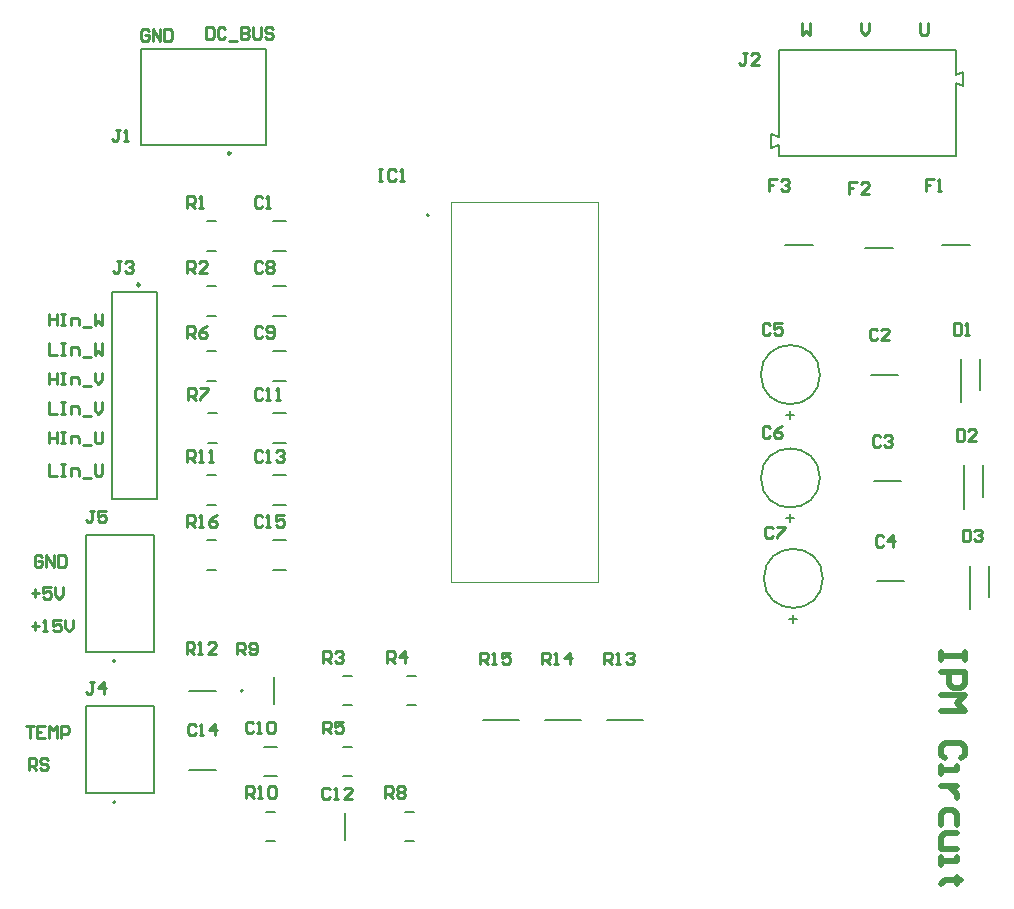
<source format=gto>
G04*
G04 #@! TF.GenerationSoftware,Altium Limited,Altium Designer,23.4.1 (23)*
G04*
G04 Layer_Color=65535*
%FSLAX44Y44*%
%MOMM*%
G71*
G04*
G04 #@! TF.SameCoordinates,23056885-4623-4C4A-AB4B-1A291C1D203A*
G04*
G04*
G04 #@! TF.FilePolarity,Positive*
G04*
G01*
G75*
%ADD10C,0.2000*%
%ADD11C,0.2500*%
%ADD12C,0.1000*%
%ADD13C,0.1270*%
%ADD14C,0.5000*%
%ADD15C,0.2540*%
%ADD16C,0.1500*%
D10*
X361500Y595000D02*
G03*
X359500Y595000I-1000J0D01*
G01*
D02*
G03*
X361500Y595000I1000J0D01*
G01*
X96000Y98100D02*
G03*
X96000Y98100I-1000J0D01*
G01*
X692500Y372500D02*
G03*
X692500Y372500I-25000J0D01*
G01*
Y460000D02*
G03*
X692500Y460000I-25000J0D01*
G01*
X695000Y287500D02*
G03*
X695000Y287500I-25000J0D01*
G01*
X95750Y217500D02*
G03*
X95750Y217500I-1000J0D01*
G01*
X203000Y193500D02*
G03*
X203000Y191500I0J-1000D01*
G01*
D02*
G03*
X203000Y193500I0J1000D01*
G01*
X657500Y661500D02*
Y735000D01*
Y644999D02*
Y654500D01*
X651499Y652002D02*
X657500Y654500D01*
X651499Y652002D02*
Y664002D01*
X657500Y661504D01*
X807500Y706497D02*
X813501Y704000D01*
X807500Y713502D02*
X813501Y716000D01*
Y704000D02*
Y716000D01*
X807500Y644999D02*
Y706497D01*
Y713500D02*
Y735000D01*
X657500D02*
X807500D01*
X657500Y644999D02*
X807500D01*
X117500Y736000D02*
X223500D01*
X117500Y654000D02*
Y736000D01*
Y654000D02*
X223500D01*
Y736000D01*
X738500Y370000D02*
X761500D01*
X830500Y356750D02*
Y383250D01*
X814500Y346500D02*
Y383250D01*
X288500Y180000D02*
X296500D01*
X288500Y205000D02*
X296500D01*
X342750Y180000D02*
X350750D01*
X342750Y205000D02*
X350750D01*
X288500Y145000D02*
X296500D01*
X288500Y120000D02*
X296500D01*
X229500Y565000D02*
X240500D01*
X229500Y590000D02*
X240500D01*
X158500Y125400D02*
X181500D01*
X173500Y480000D02*
X181500D01*
X173500Y455000D02*
X181500D01*
X229500D02*
X240500D01*
X229500Y480000D02*
X240500D01*
X173500Y590000D02*
X181500D01*
X173500Y565000D02*
X181500D01*
X795800Y570000D02*
X819200D01*
X730800Y567500D02*
X754200D01*
X663300Y570000D02*
X686700D01*
X407500Y167500D02*
X437500D01*
X460000D02*
X490000D01*
X512500D02*
X542500D01*
X173500Y295000D02*
X181500D01*
X173500Y320000D02*
X181500D01*
X173500Y350000D02*
X181500D01*
X173500Y375000D02*
X181500D01*
X223500Y90000D02*
X231500D01*
X223500Y65000D02*
X231500D01*
X341000Y90000D02*
X349000D01*
X341000Y65000D02*
X349000D01*
X174250Y402500D02*
X182250D01*
X174250Y427500D02*
X182250D01*
X173500Y510000D02*
X181500D01*
X173500Y535000D02*
X181500D01*
X158500Y192500D02*
X181500D01*
X230000Y181000D02*
Y204000D01*
X741000Y285000D02*
X764000D01*
X290000Y66000D02*
Y89000D01*
X736000Y460000D02*
X759000D01*
X229500Y320000D02*
X240500D01*
X229500Y295000D02*
X240500D01*
X229500Y375000D02*
X240500D01*
X229500Y350000D02*
X240500D01*
X229500Y427500D02*
X240500D01*
X229500Y402500D02*
X240500D01*
X222000Y120000D02*
X233000D01*
X222000Y145000D02*
X233000D01*
X229500Y535000D02*
X240500D01*
X229500Y510000D02*
X240500D01*
X819500Y261500D02*
Y298250D01*
X835500Y271750D02*
Y298250D01*
X812000Y436500D02*
Y473250D01*
X828000Y446750D02*
Y473250D01*
X93500Y530000D02*
X131500D01*
X93500Y355000D02*
Y530000D01*
Y355000D02*
X131500D01*
Y530000D01*
D11*
X193750Y647500D02*
G03*
X193750Y647500I-1250J0D01*
G01*
X116750Y536000D02*
G03*
X116750Y536000I-1250J0D01*
G01*
D12*
X380250Y605750D02*
X504750D01*
X380250Y284250D02*
Y605750D01*
Y284250D02*
X504750D01*
Y605750D01*
D13*
X71500Y105500D02*
X129000D01*
X71500D02*
Y179500D01*
X129000D01*
Y105500D02*
Y179500D01*
X128750Y225500D02*
Y324500D01*
X71250Y225500D02*
X128750D01*
X71250D02*
Y324500D01*
X128750D01*
D14*
X814994Y225000D02*
Y218335D01*
Y221668D01*
X795000D01*
Y225000D01*
Y218335D01*
Y208339D02*
X814994D01*
Y198342D01*
X811661Y195010D01*
X804997D01*
X801665Y198342D01*
Y208339D01*
X795000Y188345D02*
X814994D01*
X808329Y181681D01*
X814994Y175016D01*
X795000D01*
X811661Y135029D02*
X814994Y138361D01*
Y145026D01*
X811661Y148358D01*
X798332D01*
X795000Y145026D01*
Y138361D01*
X798332Y135029D01*
X795000Y128364D02*
Y121700D01*
Y125032D01*
X808329D01*
Y128364D01*
Y111703D02*
X795000D01*
X801665D01*
X804997Y108371D01*
X808329Y105039D01*
Y101706D01*
Y78381D02*
Y88377D01*
X804997Y91710D01*
X798332D01*
X795000Y88377D01*
Y78381D01*
X808329Y71716D02*
X798332D01*
X795000Y68384D01*
Y58387D01*
X808329D01*
X795000Y51722D02*
Y45058D01*
Y48390D01*
X808329D01*
Y51722D01*
X811661Y31729D02*
X808329D01*
Y35061D01*
Y28397D01*
Y31729D01*
X798332D01*
X795000Y28397D01*
D15*
X172540Y754203D02*
Y744206D01*
X177538D01*
X179205Y745872D01*
Y752537D01*
X177538Y754203D01*
X172540D01*
X189201Y752537D02*
X187535Y754203D01*
X184203D01*
X182537Y752537D01*
Y745872D01*
X184203Y744206D01*
X187535D01*
X189201Y745872D01*
X192533Y742540D02*
X199198D01*
X202530Y754203D02*
Y744206D01*
X207529D01*
X209195Y745872D01*
Y747538D01*
X207529Y749204D01*
X202530D01*
X207529D01*
X209195Y750871D01*
Y752537D01*
X207529Y754203D01*
X202530D01*
X212527D02*
Y745872D01*
X214193Y744206D01*
X217526D01*
X219192Y745872D01*
Y754203D01*
X229188Y752537D02*
X227522Y754203D01*
X224190D01*
X222524Y752537D01*
Y750871D01*
X224190Y749204D01*
X227522D01*
X229188Y747538D01*
Y745872D01*
X227522Y744206D01*
X224190D01*
X222524Y745872D01*
X124205Y750871D02*
X122538Y752537D01*
X119206D01*
X117540Y750871D01*
Y744206D01*
X119206Y742540D01*
X122538D01*
X124205Y744206D01*
Y747538D01*
X120872D01*
X127537Y742540D02*
Y752537D01*
X134201Y742540D01*
Y752537D01*
X137534D02*
Y742540D01*
X142532D01*
X144198Y744206D01*
Y750871D01*
X142532Y752537D01*
X137534D01*
X777540Y757537D02*
Y749206D01*
X779206Y747540D01*
X782538D01*
X784204Y749206D01*
Y757537D01*
X727540D02*
Y750872D01*
X730872Y747540D01*
X734204Y750872D01*
Y757537D01*
X677540D02*
Y747540D01*
X680872Y750872D01*
X684204Y747540D01*
Y757537D01*
X40040Y511703D02*
Y501706D01*
Y506704D01*
X46705D01*
Y511703D01*
Y501706D01*
X50037Y511703D02*
X53369D01*
X51703D01*
Y501706D01*
X50037D01*
X53369D01*
X58367D02*
Y508371D01*
X63366D01*
X65032Y506704D01*
Y501706D01*
X68364Y500040D02*
X75029D01*
X78361Y511703D02*
Y501706D01*
X81693Y505038D01*
X85026Y501706D01*
Y511703D01*
X40040Y486703D02*
Y476706D01*
X46705D01*
X50037Y486703D02*
X53369D01*
X51703D01*
Y476706D01*
X50037D01*
X53369D01*
X58367D02*
Y483371D01*
X63366D01*
X65032Y481704D01*
Y476706D01*
X68364Y475040D02*
X75029D01*
X78361Y486703D02*
Y476706D01*
X81693Y480038D01*
X85026Y476706D01*
Y486703D01*
X40040Y461703D02*
Y451706D01*
Y456704D01*
X46705D01*
Y461703D01*
Y451706D01*
X50037Y461703D02*
X53369D01*
X51703D01*
Y451706D01*
X50037D01*
X53369D01*
X58367D02*
Y458371D01*
X63366D01*
X65032Y456704D01*
Y451706D01*
X68364Y450040D02*
X75029D01*
X78361Y461703D02*
Y455038D01*
X81693Y451706D01*
X85026Y455038D01*
Y461703D01*
X40040Y436703D02*
Y426706D01*
X46705D01*
X50037Y436703D02*
X53369D01*
X51703D01*
Y426706D01*
X50037D01*
X53369D01*
X58367D02*
Y433371D01*
X63366D01*
X65032Y431704D01*
Y426706D01*
X68364Y425040D02*
X75029D01*
X78361Y436703D02*
Y430038D01*
X81693Y426706D01*
X85026Y430038D01*
Y436703D01*
X40040Y411703D02*
Y401706D01*
Y406704D01*
X46705D01*
Y411703D01*
Y401706D01*
X50037Y411703D02*
X53369D01*
X51703D01*
Y401706D01*
X50037D01*
X53369D01*
X58367D02*
Y408371D01*
X63366D01*
X65032Y406704D01*
Y401706D01*
X68364Y400040D02*
X75029D01*
X78361Y411703D02*
Y403372D01*
X80027Y401706D01*
X83359D01*
X85026Y403372D01*
Y411703D01*
X40040Y384203D02*
Y374206D01*
X46705D01*
X50037Y384203D02*
X53369D01*
X51703D01*
Y374206D01*
X50037D01*
X53369D01*
X58367D02*
Y380871D01*
X63366D01*
X65032Y379204D01*
Y374206D01*
X68364Y372540D02*
X75029D01*
X78361Y384203D02*
Y375872D01*
X80027Y374206D01*
X83359D01*
X85026Y375872D01*
Y384203D01*
X34204Y305871D02*
X32538Y307537D01*
X29206D01*
X27540Y305871D01*
Y299206D01*
X29206Y297540D01*
X32538D01*
X34204Y299206D01*
Y302538D01*
X30872D01*
X37537Y297540D02*
Y307537D01*
X44201Y297540D01*
Y307537D01*
X47534D02*
Y297540D01*
X52532D01*
X54198Y299206D01*
Y305871D01*
X52532Y307537D01*
X47534D01*
X25040Y275038D02*
X31704D01*
X28372Y278371D02*
Y271706D01*
X41701Y280037D02*
X35037D01*
Y275038D01*
X38369Y276705D01*
X40035D01*
X41701Y275038D01*
Y271706D01*
X40035Y270040D01*
X36703D01*
X35037Y271706D01*
X45033Y280037D02*
Y273372D01*
X48366Y270040D01*
X51698Y273372D01*
Y280037D01*
X25040Y247538D02*
X31704D01*
X28372Y250871D02*
Y244206D01*
X35037Y242540D02*
X38369D01*
X36703D01*
Y252537D01*
X35037Y250871D01*
X50032Y252537D02*
X43367D01*
Y247538D01*
X46700Y249205D01*
X48366D01*
X50032Y247538D01*
Y244206D01*
X48366Y242540D01*
X45033D01*
X43367Y244206D01*
X53364Y252537D02*
Y245872D01*
X56696Y242540D01*
X60029Y245872D01*
Y252537D01*
X22540Y125040D02*
Y135037D01*
X27538D01*
X29204Y133371D01*
Y130038D01*
X27538Y128372D01*
X22540D01*
X25872D02*
X29204Y125040D01*
X39201Y133371D02*
X37535Y135037D01*
X34203D01*
X32537Y133371D01*
Y131705D01*
X34203Y130038D01*
X37535D01*
X39201Y128372D01*
Y126706D01*
X37535Y125040D01*
X34203D01*
X32537Y126706D01*
X20040Y162537D02*
X26704D01*
X23372D01*
Y152540D01*
X36701Y162537D02*
X30037D01*
Y152540D01*
X36701D01*
X30037Y157538D02*
X33369D01*
X40033Y152540D02*
Y162537D01*
X43366Y159205D01*
X46698Y162537D01*
Y152540D01*
X50030D02*
Y162537D01*
X55029D01*
X56695Y160871D01*
Y157538D01*
X55029Y155872D01*
X50030D01*
X78054Y199831D02*
X74722D01*
X76388D01*
Y191500D01*
X74722Y189834D01*
X73056D01*
X71390Y191500D01*
X86385Y189834D02*
Y199831D01*
X81387Y194832D01*
X88051D01*
X656413Y625789D02*
X649748D01*
Y620790D01*
X653080D01*
X649748D01*
Y615792D01*
X659745Y624123D02*
X661411Y625789D01*
X664743D01*
X666409Y624123D01*
Y622457D01*
X664743Y620790D01*
X663077D01*
X664743D01*
X666409Y619124D01*
Y617458D01*
X664743Y615792D01*
X661411D01*
X659745Y617458D01*
X723723Y623249D02*
X717058D01*
Y618250D01*
X720390D01*
X717058D01*
Y613252D01*
X733719D02*
X727055D01*
X733719Y619916D01*
Y621583D01*
X732053Y623249D01*
X728721D01*
X727055Y621583D01*
X788746Y625789D02*
X782082D01*
Y620790D01*
X785414D01*
X782082D01*
Y615792D01*
X792079D02*
X795411D01*
X793745D01*
Y625789D01*
X792079Y624123D01*
X77800Y344865D02*
X74468D01*
X76134D01*
Y336534D01*
X74468Y334868D01*
X72802D01*
X71136Y336534D01*
X87797Y344865D02*
X81133D01*
Y339866D01*
X84465Y341533D01*
X86131D01*
X87797Y339866D01*
Y336534D01*
X86131Y334868D01*
X82799D01*
X81133Y336534D01*
X156734Y331312D02*
Y341309D01*
X161732D01*
X163398Y339643D01*
Y336310D01*
X161732Y334644D01*
X156734D01*
X160066D02*
X163398Y331312D01*
X166731D02*
X170063D01*
X168397D01*
Y341309D01*
X166731Y339643D01*
X181726Y341309D02*
X178394Y339643D01*
X175061Y336310D01*
Y332978D01*
X176728Y331312D01*
X180060D01*
X181726Y332978D01*
Y334644D01*
X180060Y336310D01*
X175061D01*
X404892Y214726D02*
Y224723D01*
X409890D01*
X411557Y223057D01*
Y219724D01*
X409890Y218058D01*
X404892D01*
X408224D02*
X411557Y214726D01*
X414889D02*
X418221D01*
X416555D01*
Y224723D01*
X414889Y223057D01*
X429884Y224723D02*
X423219D01*
Y219724D01*
X426552Y221390D01*
X428218D01*
X429884Y219724D01*
Y216392D01*
X428218Y214726D01*
X424886D01*
X423219Y216392D01*
X457216Y214726D02*
Y224723D01*
X462214D01*
X463881Y223057D01*
Y219724D01*
X462214Y218058D01*
X457216D01*
X460548D02*
X463881Y214726D01*
X467213D02*
X470545D01*
X468879D01*
Y224723D01*
X467213Y223057D01*
X480542Y214726D02*
Y224723D01*
X475543Y219724D01*
X482208D01*
X509794Y214726D02*
Y224723D01*
X514792D01*
X516459Y223057D01*
Y219724D01*
X514792Y218058D01*
X509794D01*
X513126D02*
X516459Y214726D01*
X519791D02*
X523123D01*
X521457D01*
Y224723D01*
X519791Y223057D01*
X528121D02*
X529788Y224723D01*
X533120D01*
X534786Y223057D01*
Y221390D01*
X533120Y219724D01*
X531454D01*
X533120D01*
X534786Y218058D01*
Y216392D01*
X533120Y214726D01*
X529788D01*
X528121Y216392D01*
X156226Y223362D02*
Y233359D01*
X161224D01*
X162890Y231693D01*
Y228360D01*
X161224Y226694D01*
X156226D01*
X159558D02*
X162890Y223362D01*
X166223D02*
X169555D01*
X167889D01*
Y233359D01*
X166223Y231693D01*
X181218Y223362D02*
X174553D01*
X181218Y230026D01*
Y231693D01*
X179552Y233359D01*
X176220D01*
X174553Y231693D01*
X156734Y386430D02*
Y396427D01*
X161732D01*
X163398Y394761D01*
Y391428D01*
X161732Y389762D01*
X156734D01*
X160066D02*
X163398Y386430D01*
X166731D02*
X170063D01*
X168397D01*
Y396427D01*
X166731Y394761D01*
X175061Y386430D02*
X178394D01*
X176728D01*
Y396427D01*
X175061Y394761D01*
X206772Y101442D02*
Y111439D01*
X211770D01*
X213437Y109773D01*
Y106440D01*
X211770Y104774D01*
X206772D01*
X210104D02*
X213437Y101442D01*
X216769D02*
X220101D01*
X218435D01*
Y111439D01*
X216769Y109773D01*
X225099D02*
X226766Y111439D01*
X230098D01*
X231764Y109773D01*
Y103108D01*
X230098Y101442D01*
X226766D01*
X225099Y103108D01*
Y109773D01*
X199152Y223108D02*
Y233105D01*
X204150D01*
X205816Y231439D01*
Y228106D01*
X204150Y226440D01*
X199152D01*
X202484D02*
X205816Y223108D01*
X209149Y224774D02*
X210815Y223108D01*
X214147D01*
X215813Y224774D01*
Y231439D01*
X214147Y233105D01*
X210815D01*
X209149Y231439D01*
Y229772D01*
X210815Y228106D01*
X215813D01*
X324374Y101442D02*
Y111439D01*
X329372D01*
X331039Y109773D01*
Y106440D01*
X329372Y104774D01*
X324374D01*
X327706D02*
X331039Y101442D01*
X334371Y109773D02*
X336037Y111439D01*
X339369D01*
X341035Y109773D01*
Y108106D01*
X339369Y106440D01*
X341035Y104774D01*
Y103108D01*
X339369Y101442D01*
X336037D01*
X334371Y103108D01*
Y104774D01*
X336037Y106440D01*
X334371Y108106D01*
Y109773D01*
X336037Y106440D02*
X339369D01*
X157496Y438754D02*
Y448751D01*
X162494D01*
X164160Y447085D01*
Y443752D01*
X162494Y442086D01*
X157496D01*
X160828D02*
X164160Y438754D01*
X167493Y448751D02*
X174157D01*
Y447085D01*
X167493Y440420D01*
Y438754D01*
X156734Y491332D02*
Y501329D01*
X161732D01*
X163398Y499663D01*
Y496330D01*
X161732Y494664D01*
X156734D01*
X160066D02*
X163398Y491332D01*
X173395Y501329D02*
X170063Y499663D01*
X166731Y496330D01*
Y492998D01*
X168397Y491332D01*
X171729D01*
X173395Y492998D01*
Y494664D01*
X171729Y496330D01*
X166731D01*
X271796Y156306D02*
Y166303D01*
X276794D01*
X278461Y164637D01*
Y161304D01*
X276794Y159638D01*
X271796D01*
X275128D02*
X278461Y156306D01*
X288457Y166303D02*
X281793D01*
Y161304D01*
X285125Y162971D01*
X286791D01*
X288457Y161304D01*
Y157972D01*
X286791Y156306D01*
X283459D01*
X281793Y157972D01*
X326152Y216250D02*
Y226247D01*
X331150D01*
X332817Y224581D01*
Y221248D01*
X331150Y219582D01*
X326152D01*
X329484D02*
X332817Y216250D01*
X341147D02*
Y226247D01*
X336149Y221248D01*
X342813D01*
X271796Y216250D02*
Y226247D01*
X276794D01*
X278461Y224581D01*
Y221248D01*
X276794Y219582D01*
X271796D01*
X275128D02*
X278461Y216250D01*
X281793Y224581D02*
X283459Y226247D01*
X286791D01*
X288457Y224581D01*
Y222915D01*
X286791Y221248D01*
X285125D01*
X286791D01*
X288457Y219582D01*
Y217916D01*
X286791Y216250D01*
X283459D01*
X281793Y217916D01*
X156734Y546450D02*
Y556447D01*
X161732D01*
X163398Y554781D01*
Y551448D01*
X161732Y549782D01*
X156734D01*
X160066D02*
X163398Y546450D01*
X173395D02*
X166731D01*
X173395Y553115D01*
Y554781D01*
X171729Y556447D01*
X168397D01*
X166731Y554781D01*
X156734Y601314D02*
Y611311D01*
X161732D01*
X163398Y609645D01*
Y606312D01*
X161732Y604646D01*
X156734D01*
X160066D02*
X163398Y601314D01*
X166731D02*
X170063D01*
X168397D01*
Y611311D01*
X166731Y609645D01*
X100660Y556193D02*
X97328D01*
X98994D01*
Y547862D01*
X97328Y546196D01*
X95662D01*
X93996Y547862D01*
X103993Y554527D02*
X105659Y556193D01*
X108991D01*
X110657Y554527D01*
Y552860D01*
X108991Y551194D01*
X107325D01*
X108991D01*
X110657Y549528D01*
Y547862D01*
X108991Y546196D01*
X105659D01*
X103993Y547862D01*
X630834Y732498D02*
X627502D01*
X629168D01*
Y724168D01*
X627502Y722502D01*
X625835D01*
X624169Y724168D01*
X640831Y722502D02*
X634166D01*
X640831Y729166D01*
Y730832D01*
X639165Y732498D01*
X635832D01*
X634166Y730832D01*
X100000Y667498D02*
X96668D01*
X98334D01*
Y659168D01*
X96668Y657502D01*
X95002D01*
X93336Y659168D01*
X103332Y657502D02*
X106664D01*
X104998D01*
Y667498D01*
X103332Y665832D01*
X318786Y633917D02*
X322118D01*
X320452D01*
Y623920D01*
X318786D01*
X322118D01*
X333781Y632251D02*
X332115Y633917D01*
X328783D01*
X327117Y632251D01*
Y625586D01*
X328783Y623920D01*
X332115D01*
X333781Y625586D01*
X337113Y623920D02*
X340446D01*
X338780D01*
Y633917D01*
X337113Y632251D01*
X813324Y328863D02*
Y318866D01*
X818322D01*
X819988Y320532D01*
Y327197D01*
X818322Y328863D01*
X813324D01*
X823321Y327197D02*
X824987Y328863D01*
X828319D01*
X829985Y327197D01*
Y325531D01*
X828319Y323864D01*
X826653D01*
X828319D01*
X829985Y322198D01*
Y320532D01*
X828319Y318866D01*
X824987D01*
X823321Y320532D01*
X808244Y413953D02*
Y403956D01*
X813242D01*
X814909Y405622D01*
Y412287D01*
X813242Y413953D01*
X808244D01*
X824905Y403956D02*
X818241D01*
X824905Y410620D01*
Y412287D01*
X823239Y413953D01*
X819907D01*
X818241Y412287D01*
X805704Y503869D02*
Y493872D01*
X810702D01*
X812368Y495538D01*
Y502203D01*
X810702Y503869D01*
X805704D01*
X815701Y493872D02*
X819033D01*
X817367D01*
Y503869D01*
X815701Y502203D01*
X220548Y339643D02*
X218882Y341309D01*
X215550D01*
X213884Y339643D01*
Y332978D01*
X215550Y331312D01*
X218882D01*
X220548Y332978D01*
X223881Y331312D02*
X227213D01*
X225547D01*
Y341309D01*
X223881Y339643D01*
X238876Y341309D02*
X232211D01*
Y336310D01*
X235544Y337976D01*
X237210D01*
X238876Y336310D01*
Y332978D01*
X237210Y331312D01*
X233878D01*
X232211Y332978D01*
X163906Y162859D02*
X162240Y164525D01*
X158908D01*
X157242Y162859D01*
Y156194D01*
X158908Y154528D01*
X162240D01*
X163906Y156194D01*
X167239Y154528D02*
X170571D01*
X168905D01*
Y164525D01*
X167239Y162859D01*
X180568Y154528D02*
Y164525D01*
X175569Y159526D01*
X182234D01*
X220548Y394761D02*
X218882Y396427D01*
X215550D01*
X213884Y394761D01*
Y388096D01*
X215550Y386430D01*
X218882D01*
X220548Y388096D01*
X223881Y386430D02*
X227213D01*
X225547D01*
Y396427D01*
X223881Y394761D01*
X232211D02*
X233878Y396427D01*
X237210D01*
X238876Y394761D01*
Y393094D01*
X237210Y391428D01*
X235544D01*
X237210D01*
X238876Y389762D01*
Y388096D01*
X237210Y386430D01*
X233878D01*
X232211Y388096D01*
X277698Y108757D02*
X276032Y110423D01*
X272700D01*
X271034Y108757D01*
Y102092D01*
X272700Y100426D01*
X276032D01*
X277698Y102092D01*
X281031Y100426D02*
X284363D01*
X282697D01*
Y110423D01*
X281031Y108757D01*
X296026Y100426D02*
X289361D01*
X296026Y107091D01*
Y108757D01*
X294360Y110423D01*
X291028D01*
X289361Y108757D01*
X220548Y447085D02*
X218882Y448751D01*
X215550D01*
X213884Y447085D01*
Y440420D01*
X215550Y438754D01*
X218882D01*
X220548Y440420D01*
X223881Y438754D02*
X227213D01*
X225547D01*
Y448751D01*
X223881Y447085D01*
X232211Y438754D02*
X235544D01*
X233878D01*
Y448751D01*
X232211Y447085D01*
X212929Y164637D02*
X211262Y166303D01*
X207930D01*
X206264Y164637D01*
Y157972D01*
X207930Y156306D01*
X211262D01*
X212929Y157972D01*
X216261Y156306D02*
X219593D01*
X217927D01*
Y166303D01*
X216261Y164637D01*
X224591D02*
X226258Y166303D01*
X229590D01*
X231256Y164637D01*
Y157972D01*
X229590Y156306D01*
X226258D01*
X224591Y157972D01*
Y164637D01*
X220548Y499663D02*
X218882Y501329D01*
X215550D01*
X213884Y499663D01*
Y492998D01*
X215550Y491332D01*
X218882D01*
X220548Y492998D01*
X223881D02*
X225547Y491332D01*
X228879D01*
X230545Y492998D01*
Y499663D01*
X228879Y501329D01*
X225547D01*
X223881Y499663D01*
Y497996D01*
X225547Y496330D01*
X230545D01*
X220548Y554781D02*
X218882Y556447D01*
X215550D01*
X213884Y554781D01*
Y548116D01*
X215550Y546450D01*
X218882D01*
X220548Y548116D01*
X223881Y554781D02*
X225547Y556447D01*
X228879D01*
X230545Y554781D01*
Y553115D01*
X228879Y551448D01*
X230545Y549782D01*
Y548116D01*
X228879Y546450D01*
X225547D01*
X223881Y548116D01*
Y549782D01*
X225547Y551448D01*
X223881Y553115D01*
Y554781D01*
X225547Y551448D02*
X228879D01*
X652857Y329737D02*
X651190Y331403D01*
X647858D01*
X646192Y329737D01*
Y323072D01*
X647858Y321406D01*
X651190D01*
X652857Y323072D01*
X656189Y331403D02*
X662853D01*
Y329737D01*
X656189Y323072D01*
Y321406D01*
X650571Y414827D02*
X648904Y416493D01*
X645572D01*
X643906Y414827D01*
Y408162D01*
X645572Y406496D01*
X648904D01*
X650571Y408162D01*
X660567Y416493D02*
X657235Y414827D01*
X653903Y411494D01*
Y408162D01*
X655569Y406496D01*
X658901D01*
X660567Y408162D01*
Y409828D01*
X658901Y411494D01*
X653903D01*
X650571Y502203D02*
X648904Y503869D01*
X645572D01*
X643906Y502203D01*
Y495538D01*
X645572Y493872D01*
X648904D01*
X650571Y495538D01*
X660567Y503869D02*
X653903D01*
Y498870D01*
X657235Y500536D01*
X658901D01*
X660567Y498870D01*
Y495538D01*
X658901Y493872D01*
X655569D01*
X653903Y495538D01*
X746329Y322371D02*
X744662Y324037D01*
X741330D01*
X739664Y322371D01*
Y315706D01*
X741330Y314040D01*
X744662D01*
X746329Y315706D01*
X754659Y314040D02*
Y324037D01*
X749661Y319038D01*
X756325D01*
X743789Y407461D02*
X742122Y409127D01*
X738790D01*
X737124Y407461D01*
Y400796D01*
X738790Y399130D01*
X742122D01*
X743789Y400796D01*
X747121Y407461D02*
X748787Y409127D01*
X752119D01*
X753785Y407461D01*
Y405794D01*
X752119Y404128D01*
X750453D01*
X752119D01*
X753785Y402462D01*
Y400796D01*
X752119Y399130D01*
X748787D01*
X747121Y400796D01*
X741248Y497377D02*
X739582Y499043D01*
X736250D01*
X734584Y497377D01*
Y490712D01*
X736250Y489046D01*
X739582D01*
X741248Y490712D01*
X751245Y489046D02*
X744581D01*
X751245Y495710D01*
Y497377D01*
X749579Y499043D01*
X746247D01*
X744581Y497377D01*
X220548Y609645D02*
X218882Y611311D01*
X215550D01*
X213884Y609645D01*
Y602980D01*
X215550Y601314D01*
X218882D01*
X220548Y602980D01*
X223881Y601314D02*
X227213D01*
X225547D01*
Y611311D01*
X223881Y609645D01*
D16*
X667502Y335000D02*
Y341665D01*
X664169Y338332D02*
X670834D01*
X667502Y422500D02*
Y429165D01*
X664169Y425832D02*
X670834D01*
X670002Y250000D02*
Y256665D01*
X666669Y253332D02*
X673334D01*
M02*

</source>
